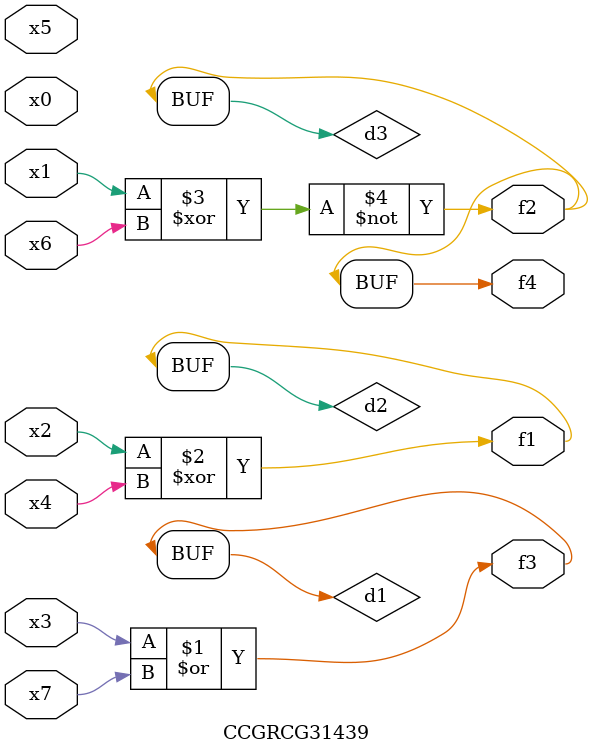
<source format=v>
module CCGRCG31439(
	input x0, x1, x2, x3, x4, x5, x6, x7,
	output f1, f2, f3, f4
);

	wire d1, d2, d3;

	or (d1, x3, x7);
	xor (d2, x2, x4);
	xnor (d3, x1, x6);
	assign f1 = d2;
	assign f2 = d3;
	assign f3 = d1;
	assign f4 = d3;
endmodule

</source>
